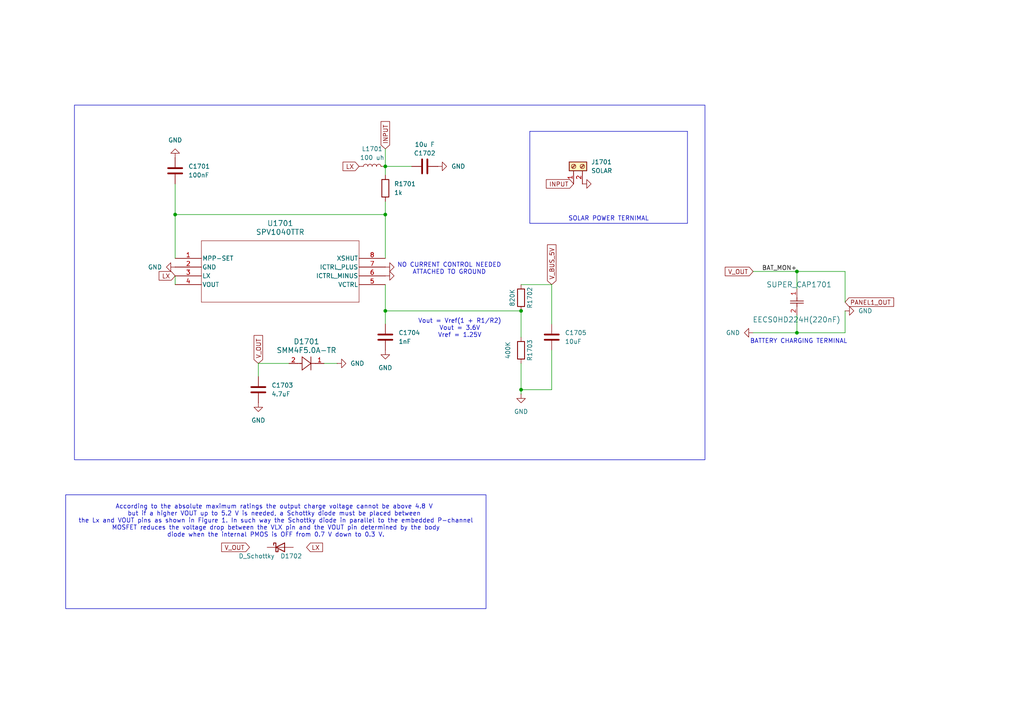
<source format=kicad_sch>
(kicad_sch (version 20231120) (generator "eeschema") (generator_version "8.0")
  (paper "A4")
  (title_block (date "V1"))
  (lib_symbols
    (symbol "2024-06-07_14-27-39:SPV1040TTR" (pin_names (offset 0.254))
      (property "Reference" "U" (at 30.48 10.16 0))
      (property "Value" "SPV1040TTR" (at 30.48 7.62 0))
      (symbol "SPV1040TTR_0_1"
        (polyline (pts (xy 7.62 -12.7) (xy 53.34 -12.7)) (stroke (width 0.127)))
        (polyline (pts (xy 7.62 5.08) (xy 7.62 -12.7)) (stroke (width 0.127)))
        (polyline (pts (xy 53.34 -12.7) (xy 53.34 5.08)) (stroke (width 0.127)))
        (polyline (pts (xy 53.34 5.08) (xy 7.62 5.08)) (stroke (width 0.127)))
        (pin unspecified line (at 0 0 0) (length 7.62) (name "MPP-SET") (number "1"))
        (pin power_out line (at 0 -2.54 0) (length 7.62) (name "GND") (number "2"))
        (pin unspecified line (at 0 -5.08 0) (length 7.62) (name "LX") (number "3"))
        (pin output line (at 0 -7.62 0) (length 7.62) (name "VOUT") (number "4"))
        (pin unspecified line (at 60.96 -7.62 180) (length 7.62) (name "VCTRL") (number "5"))
        (pin unspecified line (at 60.96 -5.08 180) (length 7.62) (name "ICTRL_MINUS") (number "6"))
        (pin unspecified line (at 60.96 -2.54 180) (length 7.62) (name "ICTRL_PLUS") (number "7"))
        (pin unspecified line (at 60.96 0 180) (length 7.62) (name "XSHUT") (number "8"))
      )
    )
    (symbol "2024-06-08_06-57-05:super_capacitor" (pin_names (offset 0.254))
      (property "Reference" "SUPER_CAPACITOR" (at -1.27 10.16 90))
      (property "Value" "EECS0HD224H" (at 7.62 7.62 90))
      (symbol "super_capacitor_1_1"
        (polyline (pts (xy 2.54 0) (xy 3.4798 0)) (stroke (width 0.2032)))
        (polyline (pts (xy 3.4798 -1.905) (xy 3.4798 1.905)) (stroke (width 0.2032)))
        (polyline (pts (xy 4.1148 -1.905) (xy 4.1148 1.905)) (stroke (width 0.2032)))
        (polyline (pts (xy 4.1148 0) (xy 5.08 0)) (stroke (width 0.2032)))
        (pin passive line (at 0 0 0) (length 2.54) (name "") (number "1"))
        (pin passive line (at 7.62 0 180) (length 2.54) (name "") (number "2"))
      )
      (symbol "super_capacitor_1_2"
        (polyline (pts (xy -1.905 -4.1148) (xy 1.905 -4.1148)) (stroke (width 0.2032)))
        (polyline (pts (xy -1.905 -3.4798) (xy 1.905 -3.4798)) (stroke (width 0.2032)))
        (polyline (pts (xy 0 -4.1148) (xy 0 -5.08)) (stroke (width 0.2032)))
        (polyline (pts (xy 0 -2.54) (xy 0 -3.4798)) (stroke (width 0.2032)))
        (pin unspecified line (at 0 0 270) (length 2.54) (name "") (number "1"))
        (pin unspecified line (at 0 -7.62 90) (length 2.54) (name "") (number "2"))
      )
    )
    (symbol "Connector:Screw_Terminal_01x02" (pin_names (offset 1.016) hide)
      (property "Reference" "J" (at 0 2.54 0))
      (property "Value" "Screw_Terminal_01x02" (at 0 -5.08 0))
      (symbol "Screw_Terminal_01x02_1_1"
        (rectangle (start -1.27 1.27) (end 1.27 -3.81) (stroke (width 0.254)) (fill (type background)))
        (circle (center 0 -2.54) (radius 0.635) (stroke (width 0.1524)))
        (polyline (pts (xy -0.5334 -2.2098) (xy 0.3302 -3.048)) (stroke (width 0.1524)))
        (polyline (pts (xy -0.5334 0.3302) (xy 0.3302 -0.508)) (stroke (width 0.1524)))
        (polyline (pts (xy -0.3556 -2.032) (xy 0.508 -2.8702)) (stroke (width 0.1524)))
        (polyline (pts (xy -0.3556 0.508) (xy 0.508 -0.3302)) (stroke (width 0.1524)))
        (circle (center 0 0) (radius 0.635) (stroke (width 0.1524)))
        (pin passive line (at -5.08 0 0) (length 3.81) (name "Pin_1") (number "1"))
        (pin passive line (at -5.08 -2.54 0) (length 3.81) (name "Pin_2") (number "2"))
      )
    )
    (symbol "Device:C" (pin_numbers hide) (pin_names (offset 0.254))
      (property "Reference" "C" (at 0.635 2.54 0))
      (property "Value" "C" (at 0.635 -2.54 0))
      (symbol "C_0_1"
        (polyline (pts (xy -2.032 -0.762) (xy 2.032 -0.762)) (stroke (width 0.508)))
        (polyline (pts (xy -2.032 0.762) (xy 2.032 0.762)) (stroke (width 0.508)))
      )
      (symbol "C_1_1"
        (pin passive line (at 0 3.81 270) (length 2.794) (name "~") (number "1"))
        (pin passive line (at 0 -3.81 90) (length 2.794) (name "~") (number "2"))
      )
    )
    (symbol "Device:D_Schottky" (pin_numbers hide) (pin_names (offset 1.016) hide)
      (property "Reference" "D" (at 0 2.54 0))
      (property "Value" "D_Schottky" (at 0 -2.54 0))
      (symbol "D_Schottky_0_1"
        (polyline (pts (xy 1.27 0) (xy -1.27 0)))
        (polyline (pts (xy 1.27 1.27) (xy 1.27 -1.27) (xy -1.27 0) (xy 1.27 1.27)) (stroke (width 0.254)))
        (polyline (pts (xy -1.905 0.635) (xy -1.905 1.27) (xy -1.27 1.27) (xy -1.27 -1.27) (xy -0.635 -1.27) (xy -0.635 -0.635)) (stroke (width 0.254)))
      )
      (symbol "D_Schottky_1_1"
        (pin passive line (at -3.81 0 0) (length 2.54) (name "K") (number "1"))
        (pin passive line (at 3.81 0 180) (length 2.54) (name "A") (number "2"))
      )
    )
    (symbol "Device:L" (pin_numbers hide) (pin_names (offset 1.016) hide)
      (property "Reference" "L" (at -1.27 0 90))
      (property "Value" "L" (at 1.905 0 90))
      (symbol "L_0_1"
        (arc (start 0 -2.54) (mid 0.6323 -1.905) (end 0 -1.27))
        (arc (start 0 -1.27) (mid 0.6323 -0.635) (end 0 0))
        (arc (start 0 0) (mid 0.6323 0.635) (end 0 1.27))
        (arc (start 0 1.27) (mid 0.6323 1.905) (end 0 2.54))
      )
      (symbol "L_1_1"
        (pin passive line (at 0 3.81 270) (length 1.27) (name "1") (number "1"))
        (pin passive line (at 0 -3.81 90) (length 1.27) (name "2") (number "2"))
      )
    )
    (symbol "Device:R" (pin_numbers hide) (pin_names (offset 0))
      (property "Reference" "R" (at 2.032 0 90))
      (property "Value" "R" (at 0 0 90))
      (symbol "R_0_1"
        (rectangle (start -1.016 -2.54) (end 1.016 2.54) (stroke (width 0.254)))
      )
      (symbol "R_1_1"
        (pin passive line (at 0 3.81 270) (length 1.27) (name "~") (number "1"))
        (pin passive line (at 0 -3.81 90) (length 1.27) (name "~") (number "2"))
      )
    )
    (symbol "SMM4F5:SMM4F5.0A-TR" (pin_names (offset 0.254))
      (property "Reference" "CR" (at 5.08 4.445 0))
      (property "Value" "SMM4F5.0A-TR" (at 5.08 -3.81 0))
      (symbol "SMM4F5.0A-TR_0_1"
        (polyline (pts (xy 2.54 0) (xy 3.4798 0)) (stroke (width 0.2032)))
        (polyline (pts (xy 3.175 0) (xy 3.81 0)) (stroke (width 0.2032)))
        (polyline (pts (xy 3.81 -1.905) (xy 6.35 0)) (stroke (width 0.2032)))
        (polyline (pts (xy 3.81 1.905) (xy 3.81 -1.905)) (stroke (width 0.2032)))
        (polyline (pts (xy 6.35 -1.905) (xy 6.35 1.905)) (stroke (width 0.2032)))
        (polyline (pts (xy 6.35 0) (xy 3.81 1.905)) (stroke (width 0.2032)))
        (polyline (pts (xy 6.35 0) (xy 7.62 0)) (stroke (width 0.2032)))
        (pin unspecified line (at 10.16 0 180) (length 2.54) (name "") (number "1"))
        (pin unspecified line (at 0 0 0) (length 2.54) (name "") (number "2"))
      )
    )
    (symbol "power:GND" (power) (pin_numbers hide) (pin_names (offset 0) hide)
      (property "Value" "GND" (at 0 -3.81 0))
      (symbol "GND_0_1"
        (polyline (pts (xy 0 0) (xy 0 -1.27) (xy 1.27 -1.27) (xy 0 -2.54) (xy -1.27 -1.27) (xy 0 -1.27)))
      )
      (symbol "GND_1_1"
        (pin power_in line (at 0 0 270) (length 0) (name "~") (number "1"))
      )
    )
  )
  (junction (at 111.76 62.23))
  (junction (at 50.8 62.23))
  (junction (at 151.13 90.17))
  (junction (at 151.13 113.03))
  (junction (at 111.76 90.17))
  (junction (at 231.14 96.52))
  (junction (at 111.76 48.26))
  (junction (at 231.14 78.74))
  (wire (pts (xy 218.44 96.52) (xy 231.14 96.52)))
  (wire (pts (xy 111.76 43.18) (xy 111.76 48.26)))
  (wire (pts (xy 111.76 62.23) (xy 111.76 74.93)))
  (wire (pts (xy 50.8 80.01) (xy 50.8 82.55)))
  (wire (pts (xy 151.13 113.03) (xy 151.13 114.3)))
  (wire (pts (xy 93.98 105.41) (xy 97.79 105.41)))
  (wire (pts (xy 231.14 83.82) (xy 231.14 78.74)))
  (wire (pts (xy 50.8 62.23) (xy 50.8 74.93)))
  (wire (pts (xy 231.14 78.74) (xy 245.11 78.74)))
  (wire (pts (xy 231.14 91.44) (xy 231.14 96.52)))
  (wire (pts (xy 245.11 78.74) (xy 245.11 87.63)))
  (wire (pts (xy 151.13 113.03) (xy 160.02 113.03)))
  (wire (pts (xy 151.13 90.17) (xy 151.13 97.79)))
  (wire (pts (xy 111.76 90.17) (xy 151.13 90.17)))
  (wire (pts (xy 111.76 48.26) (xy 119.38 48.26)))
  (polyline (pts (xy 153.67 38.1) (xy 199.39 38.1)))
  (wire (pts (xy 111.76 58.42) (xy 111.76 62.23)))
  (polyline (pts (xy 199.39 64.77) (xy 199.39 38.1)))
  (wire (pts (xy 160.02 101.6) (xy 160.02 113.03)))
  (wire (pts (xy 50.8 53.34) (xy 50.8 62.23)))
  (wire (pts (xy 160.02 82.55) (xy 160.02 93.98)))
  (wire (pts (xy 111.76 62.23) (xy 50.8 62.23)))
  (wire (pts (xy 231.14 96.52) (xy 245.11 96.52)))
  (wire (pts (xy 111.76 90.17) (xy 111.76 93.98)))
  (wire (pts (xy 74.93 105.41) (xy 74.93 109.22)))
  (wire (pts (xy 151.13 105.41) (xy 151.13 113.03)))
  (wire (pts (xy 245.11 90.17) (xy 245.11 96.52)))
  (wire (pts (xy 151.13 82.55) (xy 160.02 82.55)))
  (wire (pts (xy 111.76 48.26) (xy 111.76 50.8)))
  (polyline (pts (xy 153.67 64.77) (xy 199.39 64.77)))
  (wire (pts (xy 111.76 82.55) (xy 111.76 90.17)))
  (wire (pts (xy 218.44 78.74) (xy 231.14 78.74)))
  (polyline (pts (xy 153.67 38.1) (xy 153.67 64.77)))
  (wire (pts (xy 74.93 105.41) (xy 83.82 105.41)))
  (rectangle (start 19.05 143.51) (end 140.97 176.53))
  (rectangle (start 21.59 30.48) (end 204.47 133.35))
  (text "Vout = Vref(1 + R1/R2)\nVout = 3.6V\nVref = 1.25V" (at 133.35 95.25 0) (effects (font (size 1.27 1.27))))
  (text "BATTERY CHARGING TERMINAL\n" (at 231.648 99.06 0) (effects (font (size 1.27 1.27))))
  (text "SOLAR POWER TERNIMAL\n" (at 176.53 63.5 0) (effects (font (size 1.27 1.27))))
  (text "According to the absolute maximum ratings the output charge voltage cannot be above 4.8 V \nbut if a higher VOUT up to 5.2 V is needed, a Schottky diode must be placed between \nthe Lx and VOUT pins as shown in Figure 1. In such way the Schottky diode in parallel to the embedded P-channel\n MOSFET reduces the voltage drop between the VLX pin and the VOUT pin determined by the body \ndiode when the internal PMOS is OFF from 0.7 V down to 0.3 V." (at 80.01 151.13 0) (effects (font (size 1.27 1.27))))
  (text "NO CURRENT CONTROL NEEDED\nATTACHED TO GROUND\n" (at 130.302 77.978 0) (effects (font (size 1.27 1.27))))
  (label "BAT_MON+" (at 220.98 78.74 0))
  (global_label "PANEL1_OUT" (shape input) (at 245.11 87.63 0) (property "Intersheetrefs" "${INTERSHEET_REFS}" (effects (hide yes))))
  (global_label "V_OUT" (shape input) (at 74.93 105.41 90) (property "Intersheetrefs" "${INTERSHEET_REFS}" (effects (hide yes))))
  (global_label "V_OUT" (shape input) (at 218.44 78.74 180) (property "Intersheetrefs" "${INTERSHEET_REFS}" (effects (hide yes))))
  (global_label "V_BUS_5V" (shape input) (at 160.02 82.55 90) (property "Intersheetrefs" "${INTERSHEET_REFS}" (effects (hide yes))))
  (global_label "V_OUT" (shape input) (at 72.39 158.75 180) (property "Intersheetrefs" "${INTERSHEET_REFS}" (effects (hide yes))))
  (global_label "LX" (shape input) (at 50.8 80.01 180) (property "Intersheetrefs" "${INTERSHEET_REFS}" (effects (hide yes))))
  (global_label "LX" (shape input) (at 88.9 158.75 0) (property "Intersheetrefs" "${INTERSHEET_REFS}" (effects (hide yes))))
  (global_label "LX" (shape input) (at 104.14 48.26 180) (property "Intersheetrefs" "${INTERSHEET_REFS}" (effects (hide yes))))
  (global_label "INPUT" (shape input) (at 111.76 43.18 90) (property "Intersheetrefs" "${INTERSHEET_REFS}" (effects (hide yes))))
  (global_label "INPUT" (shape input) (at 166.37 53.34 180) (property "Intersheetrefs" "${INTERSHEET_REFS}" (effects (hide yes))))
  (symbol (lib_id "2024-06-08_06-57-05:super_capacitor") (at 231.14 83.82 270) (unit 1)
    (property "Reference" "SUPER_CAP1701" (at 241.3 82.55 90) (effects (font (size 1.524 1.524)) (justify right)))
    (property "Value" "EECS0HD224H(220nF)" (at 243.84 92.71 90) (effects (font (size 1.524 1.524)) (justify right)))
    (property "Footprint" "SPV1040T:CAP_EECS0_H_PAN" (effects (hide yes)))
    (property "Datasheet" "EECS0HD224H" (effects (hide yes)))
  )
  (symbol (lib_id "power:GND") (at 245.11 90.17 90) (unit 1)
    (property "Reference" "#PWR054" (effects (hide yes)))
    (property "Value" "GND" (at 248.92 90.1699 90) (effects (justify right)))
    (property "Description" "Power symbol creates a global label with name \"GND\" , ground" (effects (hide yes)))
  )
  (symbol (lib_id "power:GND") (at 50.8 45.72 180) (unit 1)
    (property "Reference" "#PWR043" (effects (hide yes)))
    (property "Value" "GND" (at 50.8 40.64 0))
    (property "Description" "Power symbol creates a global label with name \"GND\" , ground" (effects (hide yes)))
  )
  (symbol (lib_id "Device:C") (at 50.8 49.53 0) (unit 1)
    (property "Reference" "C1701" (at 54.61 48.2599 0) (effects (justify left)))
    (property "Value" "100nF" (at 54.61 50.7999 0) (effects (justify left)))
    (property "Footprint" "Capacitor_SMD:C_0603_1608Metric" (effects (hide yes)))
    (property "Description" "Unpolarized capacitor" (effects (hide yes)))
  )
  (symbol (lib_id "Device:R") (at 151.13 86.36 180) (unit 1)
    (property "Reference" "R1702" (at 153.67 86.36 90))
    (property "Value" "820K" (at 148.59 86.36 90))
    (property "Footprint" "Resistor_SMD:R_0603_1608Metric" (effects (hide yes)))
    (property "Description" "Resistor" (effects (hide yes)))
  )
  (symbol (lib_id "power:GND") (at 151.13 114.3 0) (unit 1)
    (property "Reference" "#PWR051" (effects (hide yes)))
    (property "Value" "GND" (at 151.13 119.38 0))
    (property "Description" "Power symbol creates a global label with name \"GND\" , ground" (effects (hide yes)))
  )
  (symbol (lib_id "power:GND") (at 218.44 96.52 270) (unit 1)
    (property "Reference" "#PWR053" (effects (hide yes)))
    (property "Value" "GND" (at 214.63 96.5199 90) (effects (justify right)))
    (property "Description" "Power symbol creates a global label with name \"GND\" , ground" (effects (hide yes)))
  )
  (symbol (lib_id "power:GND") (at 111.76 101.6 0) (unit 1)
    (property "Reference" "#PWR049" (effects (hide yes)))
    (property "Value" "GND" (at 111.76 106.68 0))
    (property "Description" "Power symbol creates a global label with name \"GND\" , ground" (effects (hide yes)))
  )
  (symbol (lib_id "Device:D_Schottky") (at 81.28 158.75 0) (unit 1)
    (property "Reference" "D1702" (at 87.63 161.29 0) (effects (justify right)))
    (property "Value" "D_Schottky" (at 79.6926 161.29 0) (effects (justify right)))
    (property "Description" "Schottky diode" (effects (hide yes)))
  )
  (symbol (lib_id "Device:C") (at 123.19 48.26 90) (unit 1)
    (property "Reference" "C1702" (at 123.19 44.45 90))
    (property "Value" "10u F" (at 123.19 41.91 90))
    (property "Footprint" "Capacitor_SMD:C_0603_1608Metric" (effects (hide yes)))
    (property "Description" "Unpolarized capacitor" (effects (hide yes)))
  )
  (symbol (lib_id "Device:R") (at 151.13 101.6 180) (unit 1)
    (property "Reference" "R1703" (at 153.67 101.6 90))
    (property "Value" "400K" (at 147.32 101.6 90))
    (property "Footprint" "Resistor_SMD:R_0603_1608Metric" (effects (hide yes)))
    (property "Description" "Resistor" (effects (hide yes)))
  )
  (symbol (lib_id "Connector:Screw_Terminal_01x02") (at 166.37 48.26 90) (unit 1)
    (property "Reference" "J1701" (at 171.45 46.9899 90) (effects (justify right)))
    (property "Value" "SOLAR" (at 171.45 49.5299 90) (effects (justify right)))
    (property "Footprint" "TerminalBlock_Phoenix:TerminalBlock_Phoenix_PT-1,5-2-5.0-H_1x02_P5.00mm_Horizontal" (effects (hide yes)))
    (property "Description" "Generic screw terminal, single row, 01x02, script generated (kicad-library-utils/schlib/autogen/connector/)" (effects (hide yes)))
  )
  (symbol (lib_id "power:GND") (at 50.8 77.47 270) (unit 1)
    (property "Reference" "#PWR044" (effects (hide yes)))
    (property "Value" "GND" (at 46.99 77.4699 90) (effects (justify right)))
    (property "Description" "Power symbol creates a global label with name \"GND\" , ground" (effects (hide yes)))
  )
  (symbol (lib_id "power:GND") (at 127 48.26 90) (unit 1)
    (property "Reference" "#PWR050" (effects (hide yes)))
    (property "Value" "GND" (at 130.8733 48.2599 90) (effects (justify right)))
    (property "Description" "Power symbol creates a global label with name \"GND\" , ground" (effects (hide yes)))
  )
  (symbol (lib_id "Device:C") (at 160.02 97.79 0) (unit 1)
    (property "Reference" "C1705" (at 163.83 96.5199 0) (effects (justify left)))
    (property "Value" "10uF" (at 163.83 99.0599 0) (effects (justify left)))
    (property "Footprint" "Capacitor_SMD:C_0603_1608Metric" (effects (hide yes)))
    (property "Description" "Unpolarized capacitor" (effects (hide yes)))
  )
  (symbol (lib_id "power:GND") (at 97.79 105.41 90) (unit 1)
    (property "Reference" "#PWR046" (effects (hide yes)))
    (property "Value" "GND" (at 101.6 105.4099 90) (effects (justify right)))
    (property "Description" "Power symbol creates a global label with name \"GND\" , ground" (effects (hide yes)))
  )
  (symbol (lib_id "Device:L") (at 107.95 48.26 90) (unit 1)
    (property "Reference" "L1701" (at 107.95 43.18 90))
    (property "Value" "100 uh" (at 107.95 45.72 90))
    (property "Footprint" "Inductor_SMD:L_Coilcraft_XAL6060-XXX" (effects (hide yes)))
    (property "Description" "Inductor" (effects (hide yes)))
  )
  (symbol (lib_id "power:GND") (at 168.91 53.34 90) (unit 1)
    (property "Reference" "#PWR052" (effects (hide yes)))
    (property "Value" "GND" (effects (hide yes)))
    (property "Description" "Power symbol creates a global label with name \"GND\" , ground" (effects (hide yes)))
  )
  (symbol (lib_id "SMM4F5:SMM4F5.0A-TR") (at 83.82 105.41 0) (unit 1)
    (property "Reference" "D1701" (at 88.9 99.06 0) (effects (font (size 1.524 1.524))))
    (property "Value" "SMM4F5.0A-TR" (at 88.9 101.6 0) (effects (font (size 1.524 1.524))))
    (property "Datasheet" "SMM4F5.0A-TR" (effects (hide yes)))
  )
  (symbol (lib_id "power:GND") (at 111.76 77.47 90) (unit 1)
    (property "Reference" "#PWR047" (effects (hide yes)))
    (property "Value" "GND" (effects (hide yes)))
    (property "Description" "Power symbol creates a global label with name \"GND\" , ground" (effects (hide yes)))
  )
  (symbol (lib_id "Device:R") (at 111.76 54.61 0) (unit 1)
    (property "Reference" "R1701" (at 114.3 53.3399 0) (effects (justify left)))
    (property "Value" "1k" (at 114.3 55.8799 0) (effects (justify left)))
    (property "Footprint" "Resistor_SMD:R_0603_1608Metric" (effects (hide yes)))
    (property "Description" "Resistor" (effects (hide yes)))
  )
  (symbol (lib_id "2024-06-07_14-27-39:SPV1040TTR") (at 50.8 74.93 0) (unit 1)
    (property "Reference" "U1701" (at 81.28 64.77 0) (effects (font (size 1.524 1.524))))
    (property "Value" "SPV1040TTR" (at 81.28 67.31 0) (effects (font (size 1.524 1.524))))
    (property "Footprint" "SPV1040:SOP65P640X120-8N" (effects (hide yes)))
    (property "Datasheet" "SPV1040TTR" (effects (hide yes)))
  )
  (symbol (lib_id "power:GND") (at 74.93 116.84 0) (unit 1)
    (property "Reference" "#PWR045" (effects (hide yes)))
    (property "Value" "GND" (at 74.93 121.92 0))
    (property "Description" "Power symbol creates a global label with name \"GND\" , ground" (effects (hide yes)))
  )
  (symbol (lib_id "power:GND") (at 111.76 80.01 90) (unit 1)
    (property "Reference" "#PWR048" (effects (hide yes)))
    (property "Value" "GND" (effects (hide yes)))
    (property "Description" "Power symbol creates a global label with name \"GND\" , ground" (effects (hide yes)))
  )
  (symbol (lib_id "Device:C") (at 111.76 97.79 0) (unit 1)
    (property "Reference" "C1704" (at 115.57 96.5199 0) (effects (justify left)))
    (property "Value" "1nF" (at 115.57 99.0599 0) (effects (justify left)))
    (property "Footprint" "Capacitor_SMD:C_0603_1608Metric" (effects (hide yes)))
    (property "Description" "Unpolarized capacitor" (effects (hide yes)))
  )
  (symbol (lib_id "Device:C") (at 74.93 113.03 180) (unit 1)
    (property "Reference" "C1703" (at 78.74 111.7599 0) (effects (justify right)))
    (property "Value" "4.7uF" (at 78.74 114.2999 0) (effects (justify right)))
    (property "Footprint" "Capacitor_SMD:C_0603_1608Metric" (effects (hide yes)))
    (property "Description" "Unpolarized capacitor" (effects (hide yes)))
  )
)
</source>
